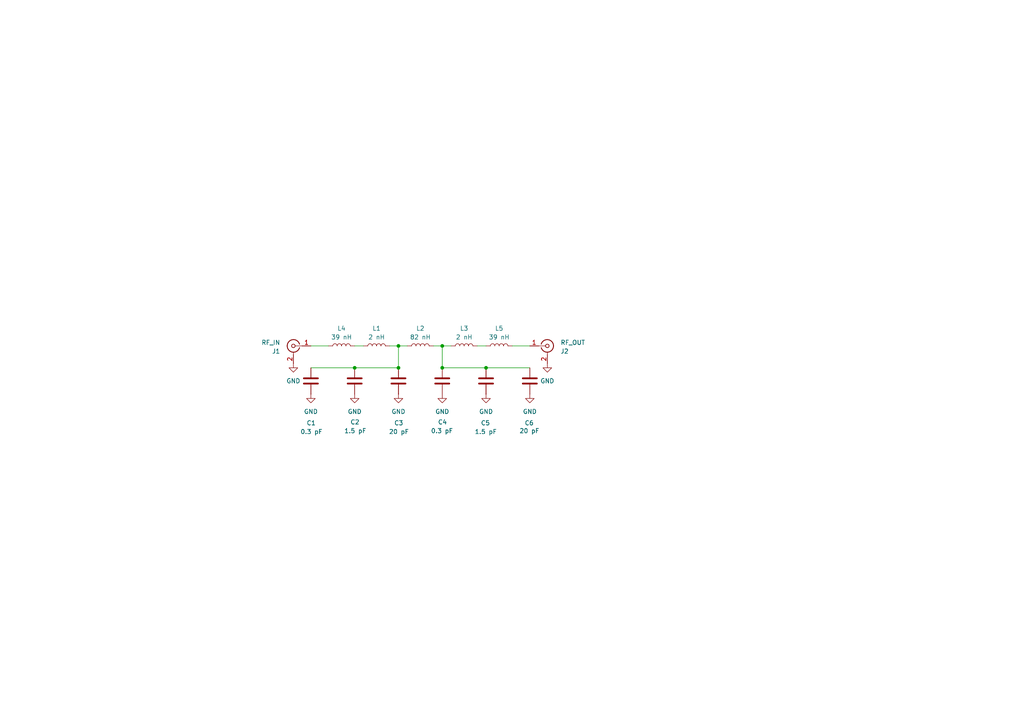
<source format=kicad_sch>
(kicad_sch (version 20231120) (generator "eeschema") (generator_version "8.0")
  (paper "A4")
  (lib_symbols
    (symbol "Connector:Conn_Coaxial" (pin_names (offset 1.016) hide)
      (property "Reference" "J" (at 0.254 3.048 0))
      (property "Value" "Conn_Coaxial" (at 2.921 0 90))
      (symbol "Conn_Coaxial_0_1"
        (arc (start -1.778 -0.508) (mid 0.2311 -1.8066) (end 1.778 0) (stroke (width 0.254)))
        (polyline (pts (xy -2.54 0) (xy -0.508 0)))
        (polyline (pts (xy 0 -2.54) (xy 0 -1.778)))
        (circle (center 0 0) (radius 0.508) (stroke (width 0.2032)))
        (arc (start 1.778 0) (mid 0.2099 1.8101) (end -1.778 0.508) (stroke (width 0.254)))
      )
      (symbol "Conn_Coaxial_1_1"
        (pin passive line (at -5.08 0 0) (length 2.54) (name "In") (number "1"))
        (pin passive line (at 0 -5.08 90) (length 2.54) (name "Ext") (number "2"))
      )
    )
    (symbol "Device:C" (pin_numbers hide) (pin_names (offset 0.254))
      (property "Reference" "C" (at 0.635 2.54 0))
      (property "Value" "C" (at 0.635 -2.54 0))
      (symbol "C_0_1"
        (polyline (pts (xy -2.032 -0.762) (xy 2.032 -0.762)) (stroke (width 0.508)))
        (polyline (pts (xy -2.032 0.762) (xy 2.032 0.762)) (stroke (width 0.508)))
      )
      (symbol "C_1_1"
        (pin passive line (at 0 3.81 270) (length 2.794) (name "~") (number "1"))
        (pin passive line (at 0 -3.81 90) (length 2.794) (name "~") (number "2"))
      )
    )
    (symbol "Device:L" (pin_numbers hide) (pin_names (offset 1.016) hide)
      (property "Reference" "L" (at -1.27 0 90))
      (property "Value" "L" (at 1.905 0 90))
      (symbol "L_0_1"
        (arc (start 0 -2.54) (mid 0.6323 -1.905) (end 0 -1.27))
        (arc (start 0 -1.27) (mid 0.6323 -0.635) (end 0 0))
        (arc (start 0 0) (mid 0.6323 0.635) (end 0 1.27))
        (arc (start 0 1.27) (mid 0.6323 1.905) (end 0 2.54))
      )
      (symbol "L_1_1"
        (pin passive line (at 0 3.81 270) (length 1.27) (name "1") (number "1"))
        (pin passive line (at 0 -3.81 90) (length 1.27) (name "2") (number "2"))
      )
    )
    (symbol "power:GND" (power) (pin_numbers hide) (pin_names (offset 0) hide)
      (property "Value" "GND" (at 0 -3.81 0))
      (symbol "GND_0_1"
        (polyline (pts (xy 0 0) (xy 0 -1.27) (xy 1.27 -1.27) (xy 0 -2.54) (xy -1.27 -1.27) (xy 0 -1.27)))
      )
      (symbol "GND_1_1"
        (pin power_in line (at 0 0 270) (length 0) (name "~") (number "1"))
      )
    )
  )
  (junction (at 115.57 100.33))
  (junction (at 140.97 106.68))
  (junction (at 115.57 106.68))
  (junction (at 128.27 100.33))
  (junction (at 102.87 106.68))
  (junction (at 128.27 106.68))
  (wire (pts (xy 128.27 106.68) (xy 140.97 106.68)))
  (wire (pts (xy 140.97 106.68) (xy 153.67 106.68)))
  (wire (pts (xy 102.87 106.68) (xy 115.57 106.68)))
  (wire (pts (xy 115.57 100.33) (xy 115.57 106.68)))
  (wire (pts (xy 128.27 100.33) (xy 130.81 100.33)))
  (wire (pts (xy 102.87 100.33) (xy 105.41 100.33)))
  (wire (pts (xy 148.59 100.33) (xy 153.67 100.33)))
  (wire (pts (xy 115.57 100.33) (xy 118.11 100.33)))
  (wire (pts (xy 125.73 100.33) (xy 128.27 100.33)))
  (wire (pts (xy 90.17 100.33) (xy 95.25 100.33)))
  (wire (pts (xy 113.03 100.33) (xy 115.57 100.33)))
  (wire (pts (xy 138.43 100.33) (xy 140.97 100.33)))
  (wire (pts (xy 128.27 100.33) (xy 128.27 106.68)))
  (wire (pts (xy 90.17 106.68) (xy 102.87 106.68)))
  (symbol (lib_id "Device:L") (at 134.62 100.33 90) (unit 1)
    (property "Reference" "L3" (at 134.62 95.25 90))
    (property "Value" "2 nH" (at 134.62 97.79 90))
    (property "Footprint" "Inductor_SMD:L_0603_1608Metric" (effects (hide yes)))
    (property "Description" "Inductor" (effects (hide yes)))
  )
  (symbol (lib_id "power:GND") (at 115.57 114.3 0) (unit 1)
    (property "Reference" "#PWR03" (effects (hide yes)))
    (property "Value" "GND" (at 115.57 119.38 0))
    (property "Description" "Power symbol creates a global label with name \"GND\" , ground" (effects (hide yes)))
  )
  (symbol (lib_id "Device:C") (at 102.87 110.49 0) (unit 1)
    (property "Reference" "C2" (at 101.6 122.428 0) (effects (justify left)))
    (property "Value" "1.5 pF" (at 99.822 124.968 0) (effects (justify left)))
    (property "Footprint" "Capacitor_SMD:C_0603_1608Metric" (effects (hide yes)))
    (property "Description" "Unpolarized capacitor" (effects (hide yes)))
  )
  (symbol (lib_id "Device:C") (at 128.27 110.49 0) (unit 1)
    (property "Reference" "C4" (at 127 122.428 0) (effects (justify left)))
    (property "Value" "0.3 pF" (at 124.968 124.968 0) (effects (justify left)))
    (property "Footprint" "Capacitor_SMD:C_0603_1608Metric" (effects (hide yes)))
    (property "Description" "Unpolarized capacitor" (effects (hide yes)))
  )
  (symbol (lib_id "Device:L") (at 121.92 100.33 90) (unit 1)
    (property "Reference" "L2" (at 121.92 95.25 90))
    (property "Value" "82 nH" (at 121.92 97.79 90))
    (property "Footprint" "Inductor_SMD:L_0603_1608Metric" (effects (hide yes)))
    (property "Description" "Inductor" (effects (hide yes)))
  )
  (symbol (lib_id "power:GND") (at 128.27 114.3 0) (unit 1)
    (property "Reference" "#PWR04" (effects (hide yes)))
    (property "Value" "GND" (at 128.27 119.38 0))
    (property "Description" "Power symbol creates a global label with name \"GND\" , ground" (effects (hide yes)))
  )
  (symbol (lib_id "Device:L") (at 109.22 100.33 90) (unit 1)
    (property "Reference" "L1" (at 109.22 95.25 90))
    (property "Value" "2 nH" (at 109.22 97.79 90))
    (property "Footprint" "Inductor_SMD:L_0603_1608Metric" (effects (hide yes)))
    (property "Description" "Inductor" (effects (hide yes)))
  )
  (symbol (lib_id "power:GND") (at 102.87 114.3 0) (unit 1)
    (property "Reference" "#PWR02" (effects (hide yes)))
    (property "Value" "GND" (at 102.87 119.38 0))
    (property "Description" "Power symbol creates a global label with name \"GND\" , ground" (effects (hide yes)))
  )
  (symbol (lib_id "power:GND") (at 158.75 105.41 0) (unit 1)
    (property "Reference" "#PWR07" (effects (hide yes)))
    (property "Value" "GND" (at 158.75 110.49 0))
    (property "Description" "Power symbol creates a global label with name \"GND\" , ground" (effects (hide yes)))
  )
  (symbol (lib_id "power:GND") (at 140.97 114.3 0) (unit 1)
    (property "Reference" "#PWR05" (effects (hide yes)))
    (property "Value" "GND" (at 140.97 119.38 0))
    (property "Description" "Power symbol creates a global label with name \"GND\" , ground" (effects (hide yes)))
  )
  (symbol (lib_id "Device:C") (at 140.97 110.49 0) (unit 1)
    (property "Reference" "C5" (at 139.446 122.682 0) (effects (justify left)))
    (property "Value" "1.5 pF" (at 137.668 125.222 0) (effects (justify left)))
    (property "Footprint" "Capacitor_SMD:C_0603_1608Metric" (effects (hide yes)))
    (property "Description" "Unpolarized capacitor" (effects (hide yes)))
  )
  (symbol (lib_id "Device:C") (at 90.17 110.49 0) (unit 1)
    (property "Reference" "C1" (at 88.9 122.682 0) (effects (justify left)))
    (property "Value" "0.3 pF" (at 87.122 125.222 0) (effects (justify left)))
    (property "Footprint" "Capacitor_SMD:C_0603_1608Metric" (effects (hide yes)))
    (property "Description" "Unpolarized capacitor" (effects (hide yes)))
  )
  (symbol (lib_id "Device:L") (at 144.78 100.33 90) (unit 1)
    (property "Reference" "L5" (at 144.78 95.25 90))
    (property "Value" "39 nH" (at 144.78 97.79 90))
    (property "Footprint" "Inductor_SMD:L_0603_1608Metric" (effects (hide yes)))
    (property "Description" "Inductor" (effects (hide yes)))
  )
  (symbol (lib_id "Device:C") (at 153.67 110.49 0) (unit 1)
    (property "Reference" "C6" (at 152.146 122.682 0) (effects (justify left)))
    (property "Value" "20 pF" (at 150.622 124.968 0) (effects (justify left)))
    (property "Footprint" "Capacitor_SMD:C_0603_1608Metric" (effects (hide yes)))
    (property "Description" "Unpolarized capacitor" (effects (hide yes)))
  )
  (symbol (lib_id "Device:C") (at 115.57 110.49 0) (unit 1)
    (property "Reference" "C3" (at 114.3 122.682 0) (effects (justify left)))
    (property "Value" "20 pF" (at 112.776 125.222 0) (effects (justify left)))
    (property "Footprint" "Capacitor_SMD:C_0603_1608Metric" (effects (hide yes)))
    (property "Description" "Unpolarized capacitor" (effects (hide yes)))
  )
  (symbol (lib_id "power:GND") (at 153.67 114.3 0) (unit 1)
    (property "Reference" "#PWR06" (effects (hide yes)))
    (property "Value" "GND" (at 153.67 119.38 0))
    (property "Description" "Power symbol creates a global label with name \"GND\" , ground" (effects (hide yes)))
  )
  (symbol (lib_id "Device:L") (at 99.06 100.33 90) (unit 1)
    (property "Reference" "L4" (at 99.06 95.25 90))
    (property "Value" "39 nH" (at 99.06 97.79 90))
    (property "Footprint" "Inductor_SMD:L_0603_1608Metric" (effects (hide yes)))
    (property "Description" "Inductor" (effects (hide yes)))
  )
  (symbol (lib_id "power:GND") (at 90.17 114.3 0) (unit 1)
    (property "Reference" "#PWR01" (effects (hide yes)))
    (property "Value" "GND" (at 90.17 119.38 0))
    (property "Description" "Power symbol creates a global label with name \"GND\" , ground" (effects (hide yes)))
  )
  (symbol (lib_id "Connector:Conn_Coaxial") (at 158.75 100.33 0) (unit 1)
    (property "Reference" "J2" (at 162.56 101.8933 0) (effects (justify left)))
    (property "Value" "RF_OUT" (at 162.56 99.3533 0) (effects (justify left)))
    (property "Footprint" "sma_china:SMA_CHINA" (effects (hide yes)))
    (property "Description" "coaxial connector (BNC, SMA, SMB, SMC, Cinch/RCA, LEMO, ...)" (effects (hide yes)))
  )
  (symbol (lib_id "Connector:Conn_Coaxial") (at 85.09 100.33 0) (mirror y) (unit 1)
    (property "Reference" "J1" (at 81.28 101.8933 0) (effects (justify left)))
    (property "Value" "RF_IN" (at 81.28 99.3533 0) (effects (justify left)))
    (property "Footprint" "sma_china:SMA_CHINA" (effects (hide yes)))
    (property "Description" "coaxial connector (BNC, SMA, SMB, SMC, Cinch/RCA, LEMO, ...)" (effects (hide yes)))
  )
  (symbol (lib_id "power:GND") (at 85.09 105.41 0) (unit 1)
    (property "Reference" "#PWR08" (effects (hide yes)))
    (property "Value" "GND" (at 85.09 110.49 0))
    (property "Description" "Power symbol creates a global label with name \"GND\" , ground" (effects (hide yes)))
  )
)
</source>
